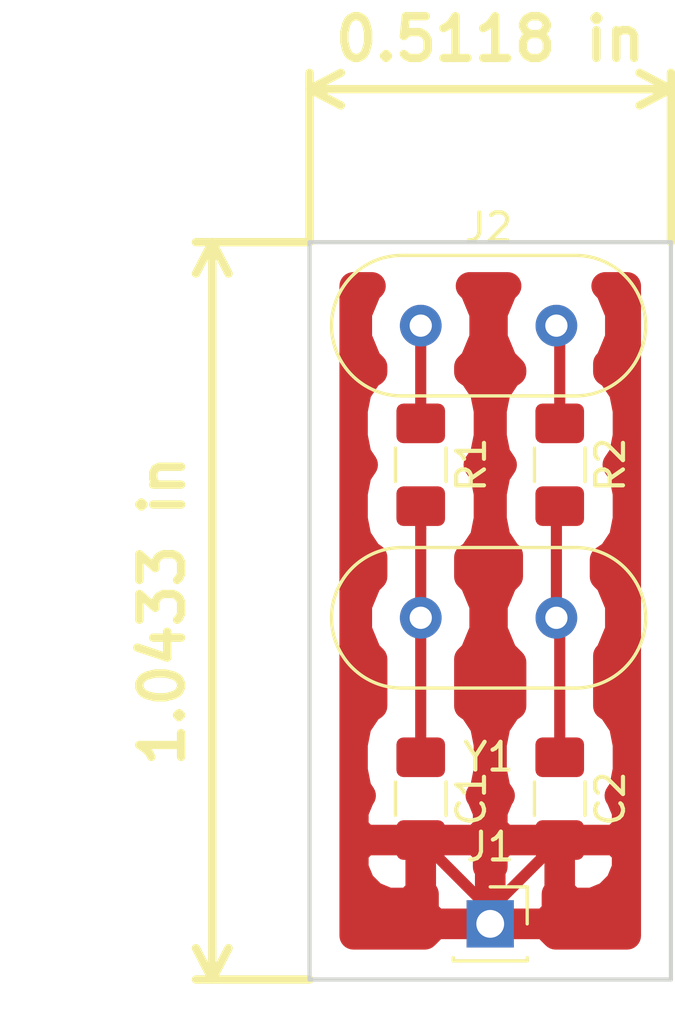
<source format=kicad_pcb>
(kicad_pcb (version 20171130) (host pcbnew "(5.0.0-rc2-30-gcd5f727)")

  (general
    (thickness 1.6)
    (drawings 6)
    (tracks 13)
    (zones 0)
    (modules 7)
    (nets 6)
  )

  (page A4)
  (layers
    (0 F.Cu signal)
    (31 B.Cu signal)
    (32 B.Adhes user)
    (33 F.Adhes user)
    (34 B.Paste user)
    (35 F.Paste user)
    (36 B.SilkS user)
    (37 F.SilkS user)
    (38 B.Mask user)
    (39 F.Mask user)
    (40 Dwgs.User user)
    (41 Cmts.User user)
    (42 Eco1.User user)
    (43 Eco2.User user)
    (44 Edge.Cuts user)
    (45 Margin user)
    (46 B.CrtYd user)
    (47 F.CrtYd user)
    (48 B.Fab user)
    (49 F.Fab user)
  )

  (setup
    (last_trace_width 0.4)
    (trace_clearance 0.2)
    (zone_clearance 1)
    (zone_45_only no)
    (trace_min 0.2)
    (segment_width 0.2)
    (edge_width 0.15)
    (via_size 0.8)
    (via_drill 0.4)
    (via_min_size 0.4)
    (via_min_drill 0.3)
    (uvia_size 0.3)
    (uvia_drill 0.1)
    (uvias_allowed no)
    (uvia_min_size 0.2)
    (uvia_min_drill 0.1)
    (pcb_text_width 0.3)
    (pcb_text_size 1.5 1.5)
    (mod_edge_width 0.15)
    (mod_text_size 1 1)
    (mod_text_width 0.15)
    (pad_size 1.524 1.524)
    (pad_drill 0.762)
    (pad_to_mask_clearance 0.2)
    (aux_axis_origin 0 0)
    (visible_elements FFFFFF7F)
    (pcbplotparams
      (layerselection 0x010fc_ffffffff)
      (usegerberextensions false)
      (usegerberattributes false)
      (usegerberadvancedattributes false)
      (creategerberjobfile false)
      (excludeedgelayer true)
      (linewidth 0.100000)
      (plotframeref false)
      (viasonmask false)
      (mode 1)
      (useauxorigin false)
      (hpglpennumber 1)
      (hpglpenspeed 20)
      (hpglpendiameter 15)
      (psnegative false)
      (psa4output false)
      (plotreference true)
      (plotvalue true)
      (plotinvisibletext false)
      (padsonsilk false)
      (subtractmaskfromsilk false)
      (outputformat 1)
      (mirror false)
      (drillshape 1)
      (scaleselection 1)
      (outputdirectory ""))
  )

  (net 0 "")
  (net 1 "Net-(J2-Pad1)")
  (net 2 "Net-(C1-Pad1)")
  (net 3 "Net-(C2-Pad1)")
  (net 4 "Net-(J2-Pad2)")
  (net 5 "Net-(C1-Pad2)")

  (net_class Default "This is the default net class."
    (clearance 0.2)
    (trace_width 0.4)
    (via_dia 0.8)
    (via_drill 0.4)
    (uvia_dia 0.3)
    (uvia_drill 0.1)
    (add_net "Net-(C1-Pad1)")
    (add_net "Net-(C1-Pad2)")
    (add_net "Net-(C2-Pad1)")
    (add_net "Net-(J2-Pad1)")
    (add_net "Net-(J2-Pad2)")
  )

  (module Capacitor_SMD:C_1206_3216Metric_Pad1.42x1.75mm_HandSolder (layer F.Cu) (tedit 5B301BBE) (tstamp 5C9AEBCD)
    (at 148 124 270)
    (descr "Capacitor SMD 1206 (3216 Metric), square (rectangular) end terminal, IPC_7351 nominal with elongated pad for handsoldering. (Body size source: http://www.tortai-tech.com/upload/download/2011102023233369053.pdf), generated with kicad-footprint-generator")
    (tags "capacitor handsolder")
    (path /5C8E67F7)
    (attr smd)
    (fp_text reference C2 (at 0 -1.82 270) (layer F.SilkS)
      (effects (font (size 1 1) (thickness 0.15)))
    )
    (fp_text value C (at 0 1.82 270) (layer F.Fab)
      (effects (font (size 1 1) (thickness 0.15)))
    )
    (fp_text user %R (at 0 0 270) (layer F.Fab)
      (effects (font (size 0.8 0.8) (thickness 0.12)))
    )
    (fp_line (start 2.45 1.12) (end -2.45 1.12) (layer F.CrtYd) (width 0.05))
    (fp_line (start 2.45 -1.12) (end 2.45 1.12) (layer F.CrtYd) (width 0.05))
    (fp_line (start -2.45 -1.12) (end 2.45 -1.12) (layer F.CrtYd) (width 0.05))
    (fp_line (start -2.45 1.12) (end -2.45 -1.12) (layer F.CrtYd) (width 0.05))
    (fp_line (start -0.602064 0.91) (end 0.602064 0.91) (layer F.SilkS) (width 0.12))
    (fp_line (start -0.602064 -0.91) (end 0.602064 -0.91) (layer F.SilkS) (width 0.12))
    (fp_line (start 1.6 0.8) (end -1.6 0.8) (layer F.Fab) (width 0.1))
    (fp_line (start 1.6 -0.8) (end 1.6 0.8) (layer F.Fab) (width 0.1))
    (fp_line (start -1.6 -0.8) (end 1.6 -0.8) (layer F.Fab) (width 0.1))
    (fp_line (start -1.6 0.8) (end -1.6 -0.8) (layer F.Fab) (width 0.1))
    (pad 2 smd roundrect (at 1.4875 0 270) (size 1.425 1.75) (layers F.Cu F.Paste F.Mask) (roundrect_rratio 0.175439)
      (net 5 "Net-(C1-Pad2)"))
    (pad 1 smd roundrect (at -1.4875 0 270) (size 1.425 1.75) (layers F.Cu F.Paste F.Mask) (roundrect_rratio 0.175439)
      (net 3 "Net-(C2-Pad1)"))
    (model ${KISYS3DMOD}/Capacitor_SMD.3dshapes/C_1206_3216Metric.wrl
      (at (xyz 0 0 0))
      (scale (xyz 1 1 1))
      (rotate (xyz 0 0 0))
    )
  )

  (module Capacitor_SMD:C_1206_3216Metric_Pad1.42x1.75mm_HandSolder (layer F.Cu) (tedit 5B301BBE) (tstamp 5C9AEBBC)
    (at 143 124 270)
    (descr "Capacitor SMD 1206 (3216 Metric), square (rectangular) end terminal, IPC_7351 nominal with elongated pad for handsoldering. (Body size source: http://www.tortai-tech.com/upload/download/2011102023233369053.pdf), generated with kicad-footprint-generator")
    (tags "capacitor handsolder")
    (path /5C8E67C6)
    (attr smd)
    (fp_text reference C1 (at 0 -1.82 270) (layer F.SilkS)
      (effects (font (size 1 1) (thickness 0.15)))
    )
    (fp_text value C (at 0 1.82 270) (layer F.Fab)
      (effects (font (size 1 1) (thickness 0.15)))
    )
    (fp_line (start -1.6 0.8) (end -1.6 -0.8) (layer F.Fab) (width 0.1))
    (fp_line (start -1.6 -0.8) (end 1.6 -0.8) (layer F.Fab) (width 0.1))
    (fp_line (start 1.6 -0.8) (end 1.6 0.8) (layer F.Fab) (width 0.1))
    (fp_line (start 1.6 0.8) (end -1.6 0.8) (layer F.Fab) (width 0.1))
    (fp_line (start -0.602064 -0.91) (end 0.602064 -0.91) (layer F.SilkS) (width 0.12))
    (fp_line (start -0.602064 0.91) (end 0.602064 0.91) (layer F.SilkS) (width 0.12))
    (fp_line (start -2.45 1.12) (end -2.45 -1.12) (layer F.CrtYd) (width 0.05))
    (fp_line (start -2.45 -1.12) (end 2.45 -1.12) (layer F.CrtYd) (width 0.05))
    (fp_line (start 2.45 -1.12) (end 2.45 1.12) (layer F.CrtYd) (width 0.05))
    (fp_line (start 2.45 1.12) (end -2.45 1.12) (layer F.CrtYd) (width 0.05))
    (fp_text user %R (at 0 0 270) (layer F.Fab)
      (effects (font (size 0.8 0.8) (thickness 0.12)))
    )
    (pad 1 smd roundrect (at -1.4875 0 270) (size 1.425 1.75) (layers F.Cu F.Paste F.Mask) (roundrect_rratio 0.175439)
      (net 2 "Net-(C1-Pad1)"))
    (pad 2 smd roundrect (at 1.4875 0 270) (size 1.425 1.75) (layers F.Cu F.Paste F.Mask) (roundrect_rratio 0.175439)
      (net 5 "Net-(C1-Pad2)"))
    (model ${KISYS3DMOD}/Capacitor_SMD.3dshapes/C_1206_3216Metric.wrl
      (at (xyz 0 0 0))
      (scale (xyz 1 1 1))
      (rotate (xyz 0 0 0))
    )
  )

  (module Connector_PinSocket_2.54mm:PinSocket_1x01_P2.54mm_Vertical (layer F.Cu) (tedit 5A19A434) (tstamp 5C9AEB83)
    (at 145.5 128.5)
    (descr "Through hole straight socket strip, 1x01, 2.54mm pitch, single row (from Kicad 4.0.7), script generated")
    (tags "Through hole socket strip THT 1x01 2.54mm single row")
    (path /5C8E6B3A)
    (fp_text reference J1 (at 0 -2.77) (layer F.SilkS)
      (effects (font (size 1 1) (thickness 0.15)))
    )
    (fp_text value GND (at 0 2.77) (layer F.Fab)
      (effects (font (size 1 1) (thickness 0.15)))
    )
    (fp_line (start -1.27 -1.27) (end 0.635 -1.27) (layer F.Fab) (width 0.1))
    (fp_line (start 0.635 -1.27) (end 1.27 -0.635) (layer F.Fab) (width 0.1))
    (fp_line (start 1.27 -0.635) (end 1.27 1.27) (layer F.Fab) (width 0.1))
    (fp_line (start 1.27 1.27) (end -1.27 1.27) (layer F.Fab) (width 0.1))
    (fp_line (start -1.27 1.27) (end -1.27 -1.27) (layer F.Fab) (width 0.1))
    (fp_line (start -1.33 1.33) (end 1.33 1.33) (layer F.SilkS) (width 0.12))
    (fp_line (start -1.33 1.21) (end -1.33 1.33) (layer F.SilkS) (width 0.12))
    (fp_line (start 1.33 1.21) (end 1.33 1.33) (layer F.SilkS) (width 0.12))
    (fp_line (start 1.33 -1.33) (end 1.33 0) (layer F.SilkS) (width 0.12))
    (fp_line (start 0 -1.33) (end 1.33 -1.33) (layer F.SilkS) (width 0.12))
    (fp_line (start -1.8 -1.8) (end 1.75 -1.8) (layer F.CrtYd) (width 0.05))
    (fp_line (start 1.75 -1.8) (end 1.75 1.75) (layer F.CrtYd) (width 0.05))
    (fp_line (start 1.75 1.75) (end -1.8 1.75) (layer F.CrtYd) (width 0.05))
    (fp_line (start -1.8 1.75) (end -1.8 -1.8) (layer F.CrtYd) (width 0.05))
    (fp_text user %R (at 0 0) (layer F.Fab)
      (effects (font (size 1 1) (thickness 0.15)))
    )
    (pad 1 thru_hole rect (at 0 0) (size 1.7 1.7) (drill 1) (layers *.Cu *.Mask)
      (net 5 "Net-(C1-Pad2)"))
    (model ${KISYS3DMOD}/Connector_PinSocket_2.54mm.3dshapes/PinSocket_1x01_P2.54mm_Vertical.wrl
      (at (xyz 0 0 0))
      (scale (xyz 1 1 1))
      (rotate (xyz 0 0 0))
    )
  )

  (module Crystal:Crystal_HC49-U_Vertical (layer F.Cu) (tedit 5A1AD3B8) (tstamp 5C9AEB6F)
    (at 143 117.5)
    (descr "Crystal THT HC-49/U http://5hertz.com/pdfs/04404_D.pdf")
    (tags "THT crystalHC-49/U")
    (path /5C8E676F)
    (fp_text reference Y1 (at 2.44 5) (layer F.SilkS)
      (effects (font (size 1 1) (thickness 0.15)))
    )
    (fp_text value Crystal (at 2.44 3.525) (layer F.Fab)
      (effects (font (size 1 1) (thickness 0.15)))
    )
    (fp_arc (start 5.565 0) (end 5.565 -2.525) (angle 180) (layer F.SilkS) (width 0.12))
    (fp_arc (start -0.685 0) (end -0.685 -2.525) (angle -180) (layer F.SilkS) (width 0.12))
    (fp_arc (start 5.44 0) (end 5.44 -2) (angle 180) (layer F.Fab) (width 0.1))
    (fp_arc (start -0.56 0) (end -0.56 -2) (angle -180) (layer F.Fab) (width 0.1))
    (fp_arc (start 5.565 0) (end 5.565 -2.325) (angle 180) (layer F.Fab) (width 0.1))
    (fp_arc (start -0.685 0) (end -0.685 -2.325) (angle -180) (layer F.Fab) (width 0.1))
    (fp_line (start 8.4 -2.8) (end -3.5 -2.8) (layer F.CrtYd) (width 0.05))
    (fp_line (start 8.4 2.8) (end 8.4 -2.8) (layer F.CrtYd) (width 0.05))
    (fp_line (start -3.5 2.8) (end 8.4 2.8) (layer F.CrtYd) (width 0.05))
    (fp_line (start -3.5 -2.8) (end -3.5 2.8) (layer F.CrtYd) (width 0.05))
    (fp_line (start -0.685 2.525) (end 5.565 2.525) (layer F.SilkS) (width 0.12))
    (fp_line (start -0.685 -2.525) (end 5.565 -2.525) (layer F.SilkS) (width 0.12))
    (fp_line (start -0.56 2) (end 5.44 2) (layer F.Fab) (width 0.1))
    (fp_line (start -0.56 -2) (end 5.44 -2) (layer F.Fab) (width 0.1))
    (fp_line (start -0.685 2.325) (end 5.565 2.325) (layer F.Fab) (width 0.1))
    (fp_line (start -0.685 -2.325) (end 5.565 -2.325) (layer F.Fab) (width 0.1))
    (fp_text user %R (at 2.44 0) (layer F.Fab)
      (effects (font (size 1 1) (thickness 0.15)))
    )
    (pad 2 thru_hole circle (at 4.88 0) (size 1.5 1.5) (drill 0.8) (layers *.Cu *.Mask)
      (net 3 "Net-(C2-Pad1)"))
    (pad 1 thru_hole circle (at 0 0) (size 1.5 1.5) (drill 0.8) (layers *.Cu *.Mask)
      (net 2 "Net-(C1-Pad1)"))
    (model ${KISYS3DMOD}/Crystal.3dshapes/Crystal_HC49-U_Vertical.wrl
      (at (xyz 0 0 0))
      (scale (xyz 1 1 1))
      (rotate (xyz 0 0 0))
    )
  )

  (module Crystal:Crystal_HC49-U_Vertical (layer F.Cu) (tedit 5A1AD3B8) (tstamp 5C9AEB58)
    (at 143 107)
    (descr "Crystal THT HC-49/U http://5hertz.com/pdfs/04404_D.pdf")
    (tags "THT crystalHC-49/U")
    (path /5C8E661E)
    (fp_text reference J2 (at 2.44 -3.525) (layer F.SilkS)
      (effects (font (size 1 1) (thickness 0.15)))
    )
    (fp_text value Conn_01x02 (at 2.44 -5) (layer F.Fab)
      (effects (font (size 1 1) (thickness 0.15)))
    )
    (fp_text user %R (at 2.44 0) (layer F.Fab)
      (effects (font (size 1 1) (thickness 0.15)))
    )
    (fp_line (start -0.685 -2.325) (end 5.565 -2.325) (layer F.Fab) (width 0.1))
    (fp_line (start -0.685 2.325) (end 5.565 2.325) (layer F.Fab) (width 0.1))
    (fp_line (start -0.56 -2) (end 5.44 -2) (layer F.Fab) (width 0.1))
    (fp_line (start -0.56 2) (end 5.44 2) (layer F.Fab) (width 0.1))
    (fp_line (start -0.685 -2.525) (end 5.565 -2.525) (layer F.SilkS) (width 0.12))
    (fp_line (start -0.685 2.525) (end 5.565 2.525) (layer F.SilkS) (width 0.12))
    (fp_line (start -3.5 -2.8) (end -3.5 2.8) (layer F.CrtYd) (width 0.05))
    (fp_line (start -3.5 2.8) (end 8.4 2.8) (layer F.CrtYd) (width 0.05))
    (fp_line (start 8.4 2.8) (end 8.4 -2.8) (layer F.CrtYd) (width 0.05))
    (fp_line (start 8.4 -2.8) (end -3.5 -2.8) (layer F.CrtYd) (width 0.05))
    (fp_arc (start -0.685 0) (end -0.685 -2.325) (angle -180) (layer F.Fab) (width 0.1))
    (fp_arc (start 5.565 0) (end 5.565 -2.325) (angle 180) (layer F.Fab) (width 0.1))
    (fp_arc (start -0.56 0) (end -0.56 -2) (angle -180) (layer F.Fab) (width 0.1))
    (fp_arc (start 5.44 0) (end 5.44 -2) (angle 180) (layer F.Fab) (width 0.1))
    (fp_arc (start -0.685 0) (end -0.685 -2.525) (angle -180) (layer F.SilkS) (width 0.12))
    (fp_arc (start 5.565 0) (end 5.565 -2.525) (angle 180) (layer F.SilkS) (width 0.12))
    (pad 1 thru_hole circle (at 0 0) (size 1.5 1.5) (drill 0.8) (layers *.Cu *.Mask)
      (net 1 "Net-(J2-Pad1)"))
    (pad 2 thru_hole circle (at 4.88 0) (size 1.5 1.5) (drill 0.8) (layers *.Cu *.Mask)
      (net 4 "Net-(J2-Pad2)"))
    (model ${KISYS3DMOD}/Crystal.3dshapes/Crystal_HC49-U_Vertical.wrl
      (at (xyz 0 0 0))
      (scale (xyz 1 1 1))
      (rotate (xyz 0 0 0))
    )
  )

  (module Resistor_SMD:R_1206_3216Metric_Pad1.42x1.75mm_HandSolder (layer F.Cu) (tedit 5B301BBD) (tstamp 5C9AF001)
    (at 148 112 270)
    (descr "Resistor SMD 1206 (3216 Metric), square (rectangular) end terminal, IPC_7351 nominal with elongated pad for handsoldering. (Body size source: http://www.tortai-tech.com/upload/download/2011102023233369053.pdf), generated with kicad-footprint-generator")
    (tags "resistor handsolder")
    (path /5C8E6842)
    (attr smd)
    (fp_text reference R2 (at 0 -1.82 270) (layer F.SilkS)
      (effects (font (size 1 1) (thickness 0.15)))
    )
    (fp_text value R (at 0 1.82 270) (layer F.Fab)
      (effects (font (size 1 1) (thickness 0.15)))
    )
    (fp_text user %R (at 0 0 270) (layer F.Fab)
      (effects (font (size 0.8 0.8) (thickness 0.12)))
    )
    (fp_line (start 2.45 1.12) (end -2.45 1.12) (layer F.CrtYd) (width 0.05))
    (fp_line (start 2.45 -1.12) (end 2.45 1.12) (layer F.CrtYd) (width 0.05))
    (fp_line (start -2.45 -1.12) (end 2.45 -1.12) (layer F.CrtYd) (width 0.05))
    (fp_line (start -2.45 1.12) (end -2.45 -1.12) (layer F.CrtYd) (width 0.05))
    (fp_line (start -0.602064 0.91) (end 0.602064 0.91) (layer F.SilkS) (width 0.12))
    (fp_line (start -0.602064 -0.91) (end 0.602064 -0.91) (layer F.SilkS) (width 0.12))
    (fp_line (start 1.6 0.8) (end -1.6 0.8) (layer F.Fab) (width 0.1))
    (fp_line (start 1.6 -0.8) (end 1.6 0.8) (layer F.Fab) (width 0.1))
    (fp_line (start -1.6 -0.8) (end 1.6 -0.8) (layer F.Fab) (width 0.1))
    (fp_line (start -1.6 0.8) (end -1.6 -0.8) (layer F.Fab) (width 0.1))
    (pad 2 smd roundrect (at 1.4875 0 270) (size 1.425 1.75) (layers F.Cu F.Paste F.Mask) (roundrect_rratio 0.175439)
      (net 3 "Net-(C2-Pad1)"))
    (pad 1 smd roundrect (at -1.4875 0 270) (size 1.425 1.75) (layers F.Cu F.Paste F.Mask) (roundrect_rratio 0.175439)
      (net 4 "Net-(J2-Pad2)"))
    (model ${KISYS3DMOD}/Resistor_SMD.3dshapes/R_1206_3216Metric.wrl
      (at (xyz 0 0 0))
      (scale (xyz 1 1 1))
      (rotate (xyz 0 0 0))
    )
  )

  (module Resistor_SMD:R_1206_3216Metric_Pad1.42x1.75mm_HandSolder (layer F.Cu) (tedit 5B301BBD) (tstamp 5C9AEB30)
    (at 143 112 270)
    (descr "Resistor SMD 1206 (3216 Metric), square (rectangular) end terminal, IPC_7351 nominal with elongated pad for handsoldering. (Body size source: http://www.tortai-tech.com/upload/download/2011102023233369053.pdf), generated with kicad-footprint-generator")
    (tags "resistor handsolder")
    (path /5C8E68A6)
    (attr smd)
    (fp_text reference R1 (at 0 -1.82 270) (layer F.SilkS)
      (effects (font (size 1 1) (thickness 0.15)))
    )
    (fp_text value R (at 0 1.82 270) (layer F.Fab)
      (effects (font (size 1 1) (thickness 0.15)))
    )
    (fp_line (start -1.6 0.8) (end -1.6 -0.8) (layer F.Fab) (width 0.1))
    (fp_line (start -1.6 -0.8) (end 1.6 -0.8) (layer F.Fab) (width 0.1))
    (fp_line (start 1.6 -0.8) (end 1.6 0.8) (layer F.Fab) (width 0.1))
    (fp_line (start 1.6 0.8) (end -1.6 0.8) (layer F.Fab) (width 0.1))
    (fp_line (start -0.602064 -0.91) (end 0.602064 -0.91) (layer F.SilkS) (width 0.12))
    (fp_line (start -0.602064 0.91) (end 0.602064 0.91) (layer F.SilkS) (width 0.12))
    (fp_line (start -2.45 1.12) (end -2.45 -1.12) (layer F.CrtYd) (width 0.05))
    (fp_line (start -2.45 -1.12) (end 2.45 -1.12) (layer F.CrtYd) (width 0.05))
    (fp_line (start 2.45 -1.12) (end 2.45 1.12) (layer F.CrtYd) (width 0.05))
    (fp_line (start 2.45 1.12) (end -2.45 1.12) (layer F.CrtYd) (width 0.05))
    (fp_text user %R (at 0 0 270) (layer F.Fab)
      (effects (font (size 0.8 0.8) (thickness 0.12)))
    )
    (pad 1 smd roundrect (at -1.4875 0 270) (size 1.425 1.75) (layers F.Cu F.Paste F.Mask) (roundrect_rratio 0.175439)
      (net 1 "Net-(J2-Pad1)"))
    (pad 2 smd roundrect (at 1.4875 0 270) (size 1.425 1.75) (layers F.Cu F.Paste F.Mask) (roundrect_rratio 0.175439)
      (net 2 "Net-(C1-Pad1)"))
    (model ${KISYS3DMOD}/Resistor_SMD.3dshapes/R_1206_3216Metric.wrl
      (at (xyz 0 0 0))
      (scale (xyz 1 1 1))
      (rotate (xyz 0 0 0))
    )
  )

  (dimension 26.5 (width 0.3) (layer F.SilkS)
    (gr_text "26,500 mm" (at 133.4 117.25 90) (layer F.SilkS)
      (effects (font (size 1.5 1.5) (thickness 0.3)))
    )
    (feature1 (pts (xy 139 104) (xy 134.913579 104)))
    (feature2 (pts (xy 139 130.5) (xy 134.913579 130.5)))
    (crossbar (pts (xy 135.5 130.5) (xy 135.5 104)))
    (arrow1a (pts (xy 135.5 104) (xy 136.086421 105.126504)))
    (arrow1b (pts (xy 135.5 104) (xy 134.913579 105.126504)))
    (arrow2a (pts (xy 135.5 130.5) (xy 136.086421 129.373496)))
    (arrow2b (pts (xy 135.5 130.5) (xy 134.913579 129.373496)))
  )
  (dimension 13 (width 0.3) (layer F.SilkS)
    (gr_text "13,000 mm" (at 145.5 96.4) (layer F.SilkS)
      (effects (font (size 1.5 1.5) (thickness 0.3)))
    )
    (feature1 (pts (xy 152 104) (xy 152 97.913579)))
    (feature2 (pts (xy 139 104) (xy 139 97.913579)))
    (crossbar (pts (xy 139 98.5) (xy 152 98.5)))
    (arrow1a (pts (xy 152 98.5) (xy 150.873496 99.086421)))
    (arrow1b (pts (xy 152 98.5) (xy 150.873496 97.913579)))
    (arrow2a (pts (xy 139 98.5) (xy 140.126504 99.086421)))
    (arrow2b (pts (xy 139 98.5) (xy 140.126504 97.913579)))
  )
  (gr_line (start 139 130.5) (end 152 130.5) (layer Edge.Cuts) (width 0.15))
  (gr_line (start 139 104) (end 139 130.5) (layer Edge.Cuts) (width 0.15))
  (gr_line (start 152 104) (end 152 130.5) (layer Edge.Cuts) (width 0.15))
  (gr_line (start 139 104) (end 152 104) (layer Edge.Cuts) (width 0.15))

  (segment (start 143 107) (end 143 110.5125) (width 0.4) (layer F.Cu) (net 1))
  (segment (start 143 114.3) (end 143 117.5) (width 0.4) (layer F.Cu) (net 2))
  (segment (start 143 113.4875) (end 143 114.3) (width 0.4) (layer F.Cu) (net 2))
  (segment (start 143 117.5) (end 143 122.5125) (width 0.4) (layer F.Cu) (net 2))
  (segment (start 147.88 113.6075) (end 148 113.4875) (width 0.4) (layer F.Cu) (net 3))
  (segment (start 147.88 117.5) (end 147.88 113.6075) (width 0.4) (layer F.Cu) (net 3))
  (segment (start 148 117.62) (end 147.88 117.5) (width 0.4) (layer F.Cu) (net 3))
  (segment (start 148 122.5125) (end 148 117.62) (width 0.4) (layer F.Cu) (net 3))
  (segment (start 148 107.12) (end 147.88 107) (width 0.4) (layer F.Cu) (net 4))
  (segment (start 148 110.5125) (end 148 107.12) (width 0.4) (layer F.Cu) (net 4))
  (segment (start 143 125.4875) (end 145.5 127.9875) (width 0.4) (layer F.Cu) (net 5))
  (segment (start 145.5 127.9875) (end 145.5 128.5) (width 0.4) (layer F.Cu) (net 5))
  (segment (start 148 125.4875) (end 145.5 127.9875) (width 0.4) (layer F.Cu) (net 5))

  (zone (net 5) (net_name "Net-(C1-Pad2)") (layer F.Cu) (tstamp 0) (hatch edge 0.508)
    (connect_pads (clearance 1))
    (min_thickness 1)
    (fill yes (arc_segments 16) (thermal_gap 1) (thermal_bridge_width 1.1))
    (polygon
      (pts
        (xy 139 104) (xy 152 104) (xy 152 130.5) (xy 139 130.5)
      )
    )
    (filled_polygon
      (pts
        (xy 141.092542 105.725477) (xy 140.75 106.552447) (xy 140.75 107.447553) (xy 141.092542 108.274523) (xy 141.3 108.481981)
        (xy 141.3 108.669363) (xy 141.116784 108.791784) (xy 140.731062 109.369058) (xy 140.595614 110.05) (xy 140.595614 110.975)
        (xy 140.731062 111.655942) (xy 140.960954 112) (xy 140.731062 112.344058) (xy 140.595614 113.025) (xy 140.595614 113.95)
        (xy 140.731062 114.630942) (xy 141.116784 115.208216) (xy 141.3 115.330637) (xy 141.300001 116.018018) (xy 141.092542 116.225477)
        (xy 140.75 117.052447) (xy 140.75 117.947553) (xy 141.092542 118.774523) (xy 141.3 118.981981) (xy 141.300001 120.669363)
        (xy 141.116784 120.791784) (xy 140.731062 121.369058) (xy 140.595614 122.05) (xy 140.595614 122.975) (xy 140.731062 123.655942)
        (xy 140.887945 123.890735) (xy 140.853362 123.925318) (xy 140.625 124.476631) (xy 140.625 125.0625) (xy 141 125.4375)
        (xy 142.95 125.4375) (xy 142.95 125.4175) (xy 143.05 125.4175) (xy 143.05 125.4375) (xy 145 125.4375)
        (xy 145.375 125.0625) (xy 145.375 124.476631) (xy 145.146638 123.925318) (xy 145.112055 123.890735) (xy 145.268938 123.655942)
        (xy 145.404386 122.975) (xy 145.404386 122.05) (xy 145.268938 121.369058) (xy 144.883216 120.791784) (xy 144.7 120.669363)
        (xy 144.7 118.981981) (xy 144.907458 118.774523) (xy 145.25 117.947553) (xy 145.25 117.052447) (xy 144.907458 116.225477)
        (xy 144.7 116.018019) (xy 144.7 115.330637) (xy 144.883216 115.208216) (xy 145.268938 114.630942) (xy 145.404386 113.95)
        (xy 145.404386 113.025) (xy 145.268938 112.344058) (xy 145.039046 112) (xy 145.268938 111.655942) (xy 145.404386 110.975)
        (xy 145.404386 110.05) (xy 145.268938 109.369058) (xy 144.883216 108.791784) (xy 144.7 108.669363) (xy 144.7 108.481981)
        (xy 144.907458 108.274523) (xy 145.25 107.447553) (xy 145.25 106.552447) (xy 144.907458 105.725477) (xy 144.756981 105.575)
        (xy 146.123019 105.575) (xy 145.972542 105.725477) (xy 145.63 106.552447) (xy 145.63 107.447553) (xy 145.972542 108.274523)
        (xy 146.300001 108.601982) (xy 146.300001 108.669363) (xy 146.116784 108.791784) (xy 145.731062 109.369058) (xy 145.595614 110.05)
        (xy 145.595614 110.975) (xy 145.731062 111.655942) (xy 145.960954 112) (xy 145.731062 112.344058) (xy 145.595614 113.025)
        (xy 145.595614 113.95) (xy 145.731062 114.630942) (xy 146.116784 115.208216) (xy 146.180001 115.250456) (xy 146.18 116.018019)
        (xy 145.972542 116.225477) (xy 145.63 117.052447) (xy 145.63 117.947553) (xy 145.972542 118.774523) (xy 146.300001 119.101982)
        (xy 146.3 120.669363) (xy 146.116784 120.791784) (xy 145.731062 121.369058) (xy 145.595614 122.05) (xy 145.595614 122.975)
        (xy 145.731062 123.655942) (xy 145.887945 123.890735) (xy 145.853362 123.925318) (xy 145.625 124.476631) (xy 145.625 125.0625)
        (xy 146 125.4375) (xy 147.95 125.4375) (xy 147.95 125.4175) (xy 148.05 125.4175) (xy 148.05 125.4375)
        (xy 150 125.4375) (xy 150.375 125.0625) (xy 150.375 124.476631) (xy 150.146638 123.925318) (xy 150.112055 123.890735)
        (xy 150.268938 123.655942) (xy 150.404386 122.975) (xy 150.404386 122.05) (xy 150.268938 121.369058) (xy 149.883216 120.791784)
        (xy 149.7 120.669363) (xy 149.7 118.861981) (xy 149.787458 118.774523) (xy 150.13 117.947553) (xy 150.13 117.052447)
        (xy 149.787458 116.225477) (xy 149.58 116.018019) (xy 149.58 115.410818) (xy 149.883216 115.208216) (xy 150.268938 114.630942)
        (xy 150.404386 113.95) (xy 150.404386 113.025) (xy 150.268938 112.344058) (xy 150.039046 112) (xy 150.268938 111.655942)
        (xy 150.404386 110.975) (xy 150.404386 110.05) (xy 150.268938 109.369058) (xy 149.883216 108.791784) (xy 149.7 108.669363)
        (xy 149.7 108.361981) (xy 149.787458 108.274523) (xy 150.13 107.447553) (xy 150.13 106.552447) (xy 149.787458 105.725477)
        (xy 149.636981 105.575) (xy 150.425 105.575) (xy 150.425001 128.925) (xy 147.85 128.925) (xy 147.475 128.55)
        (xy 145.55 128.55) (xy 145.55 128.57) (xy 145.45 128.57) (xy 145.45 128.55) (xy 143.525 128.55)
        (xy 143.15 128.925) (xy 140.575 128.925) (xy 140.575 125.9125) (xy 140.625 125.9125) (xy 140.625 126.498369)
        (xy 140.853362 127.049682) (xy 141.275319 127.471639) (xy 141.826632 127.7) (xy 142.575 127.7) (xy 142.95 127.325)
        (xy 142.95 125.5375) (xy 143.05 125.5375) (xy 143.05 127.325) (xy 143.15 127.425) (xy 143.15 128.075)
        (xy 143.525 128.45) (xy 145.45 128.45) (xy 145.45 126.525) (xy 145.55 126.525) (xy 145.55 128.45)
        (xy 147.475 128.45) (xy 147.85 128.075) (xy 147.85 127.425) (xy 147.95 127.325) (xy 147.95 125.5375)
        (xy 148.05 125.5375) (xy 148.05 127.325) (xy 148.425 127.7) (xy 149.173368 127.7) (xy 149.724681 127.471639)
        (xy 150.146638 127.049682) (xy 150.375 126.498369) (xy 150.375 125.9125) (xy 150 125.5375) (xy 148.05 125.5375)
        (xy 147.95 125.5375) (xy 146 125.5375) (xy 145.625 125.9125) (xy 145.625 126.45) (xy 145.55 126.525)
        (xy 145.45 126.525) (xy 145.375 126.45) (xy 145.375 125.9125) (xy 145 125.5375) (xy 143.05 125.5375)
        (xy 142.95 125.5375) (xy 141 125.5375) (xy 140.625 125.9125) (xy 140.575 125.9125) (xy 140.575 105.575)
        (xy 141.243019 105.575)
      )
    )
  )
)

</source>
